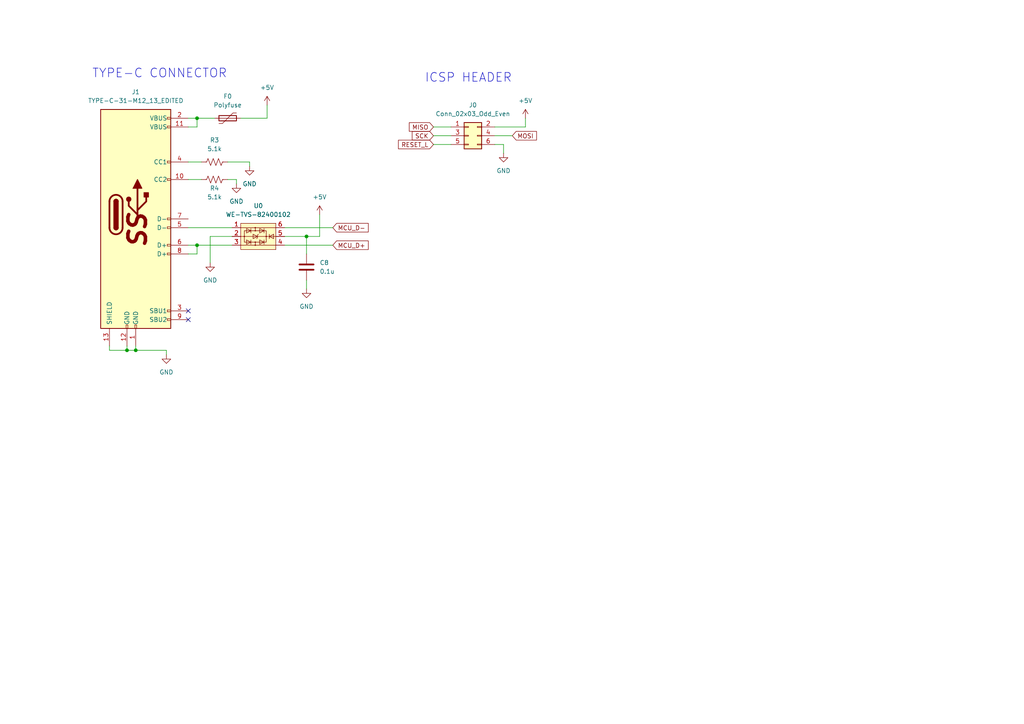
<source format=kicad_sch>
(kicad_sch (version 20211123) (generator eeschema)
  (paper "A4")
  (lib_symbols
    (symbol "Connector_Generic:Conn_02x03_Odd_Even" (pin_names (offset 1.016) hide)
      (property "Reference" "J" (at 1.27 5.08 0))
      (property "Value" "Conn_02x03_Odd_Even" (at 1.27 -5.08 0))
      (symbol "Conn_02x03_Odd_Even_1_1"
        (rectangle (start -1.27 -2.413) (end 0 -2.667) (stroke (width 0.1524)))
        (rectangle (start -1.27 0.127) (end 0 -0.127) (stroke (width 0.1524)))
        (rectangle (start -1.27 2.667) (end 0 2.413) (stroke (width 0.1524)))
        (rectangle (start -1.27 3.81) (end 3.81 -3.81) (stroke (width 0.254)) (fill (type background)))
        (rectangle (start 3.81 -2.413) (end 2.54 -2.667) (stroke (width 0.1524)))
        (rectangle (start 3.81 0.127) (end 2.54 -0.127) (stroke (width 0.1524)))
        (rectangle (start 3.81 2.667) (end 2.54 2.413) (stroke (width 0.1524)))
        (pin passive line (at -5.08 2.54 0) (length 3.81) (name "Pin_1") (number "1"))
        (pin passive line (at 7.62 2.54 180) (length 3.81) (name "Pin_2") (number "2"))
        (pin passive line (at -5.08 0 0) (length 3.81) (name "Pin_3") (number "3"))
        (pin passive line (at 7.62 0 180) (length 3.81) (name "Pin_4") (number "4"))
        (pin passive line (at -5.08 -2.54 0) (length 3.81) (name "Pin_5") (number "5"))
        (pin passive line (at 7.62 -2.54 180) (length 3.81) (name "Pin_6") (number "6"))
      )
    )
    (symbol "Device:C" (pin_numbers hide) (pin_names (offset 0.254))
      (property "Reference" "C" (at 0.635 2.54 0))
      (property "Value" "C" (at 0.635 -2.54 0))
      (symbol "C_0_1"
        (polyline (pts (xy -2.032 -0.762) (xy 2.032 -0.762)) (stroke (width 0.508)))
        (polyline (pts (xy -2.032 0.762) (xy 2.032 0.762)) (stroke (width 0.508)))
      )
      (symbol "C_1_1"
        (pin passive line (at 0 3.81 270) (length 2.794) (name "~") (number "1"))
        (pin passive line (at 0 -3.81 90) (length 2.794) (name "~") (number "2"))
      )
    )
    (symbol "Device:Polyfuse" (pin_numbers hide) (pin_names (offset 0))
      (property "Reference" "F" (at -2.54 0 90))
      (property "Value" "Polyfuse" (at 2.54 0 90))
      (symbol "Polyfuse_0_1"
        (rectangle (start -0.762 2.54) (end 0.762 -2.54) (stroke (width 0.254)))
        (polyline (pts (xy 0 2.54) (xy 0 -2.54)))
        (polyline (pts (xy -1.524 2.54) (xy -1.524 1.524) (xy 1.524 -1.524) (xy 1.524 -2.54)))
      )
      (symbol "Polyfuse_1_1"
        (pin passive line (at 0 3.81 270) (length 1.27) (name "~") (number "1"))
        (pin passive line (at 0 -3.81 90) (length 1.27) (name "~") (number "2"))
      )
    )
    (symbol "Device:R_US" (pin_numbers hide) (pin_names (offset 0))
      (property "Reference" "R" (at 2.54 0 90))
      (property "Value" "R_US" (at -2.54 0 90))
      (symbol "R_US_0_1"
        (polyline (pts (xy 0 -2.286) (xy 0 -2.54)))
        (polyline (pts (xy 0 2.286) (xy 0 2.54)))
        (polyline (pts (xy 0 -0.762) (xy 1.016 -1.143) (xy 0 -1.524) (xy -1.016 -1.905) (xy 0 -2.286)))
        (polyline (pts (xy 0 0.762) (xy 1.016 0.381) (xy 0 0) (xy -1.016 -0.381) (xy 0 -0.762)))
        (polyline (pts (xy 0 2.286) (xy 1.016 1.905) (xy 0 1.524) (xy -1.016 1.143) (xy 0 0.762)))
      )
      (symbol "R_US_1_1"
        (pin passive line (at 0 3.81 270) (length 1.27) (name "~") (number "1"))
        (pin passive line (at 0 -3.81 90) (length 1.27) (name "~") (number "2"))
      )
    )
    (symbol "Power_Protection:WE-TVS-82400102"
      (property "Reference" "U" (at 0 7.62 0))
      (property "Value" "WE-TVS-82400102" (at 0 5.08 0))
      (symbol "WE-TVS-82400102_0_1"
        (rectangle (start -5.08 3.81) (end 5.08 -3.81) (fill (type background)))
        (circle (center -4.064 0) (radius 0.127))
        (rectangle (start -4.064 1.651) (end 2.286 -1.651))
        (circle (center -0.889 -2.54) (radius 0.127))
        (circle (center -0.889 -1.651) (radius 0.127))
        (circle (center -0.889 1.651) (radius 0.127))
        (circle (center -0.889 2.54) (radius 0.127))
        (polyline (pts (xy -5.08 -2.54) (xy 5.08 -2.54)))
        (polyline (pts (xy -5.08 2.54) (xy 5.08 2.54)))
        (polyline (pts (xy -4.064 0) (xy -5.08 0)))
        (polyline (pts (xy -4.064 0) (xy 2.286 0)) (fill (type outline)))
        (polyline (pts (xy -2.159 -1.016) (xy -2.159 -2.286)))
        (polyline (pts (xy -2.159 2.286) (xy -2.159 1.016)))
        (polyline (pts (xy -0.889 -1.651) (xy -0.889 -2.413)))
        (polyline (pts (xy -0.889 1.651) (xy -0.889 2.54)))
        (polyline (pts (xy -0.508 -0.635) (xy -0.508 -0.635)))
        (polyline (pts (xy 1.651 -1.016) (xy 1.651 -2.286)))
        (polyline (pts (xy 1.651 2.286) (xy 1.651 1.016)))
        (polyline (pts (xy 2.286 0) (xy 5.08 0)))
        (polyline (pts (xy -3.429 -1.016) (xy -3.429 -2.286) (xy -2.159 -1.651) (xy -3.429 -1.016)))
        (polyline (pts (xy -3.429 1.016) (xy -3.429 2.286) (xy -2.159 1.651) (xy -3.429 1.016)))
        (polyline (pts (xy 0 0.635) (xy -0.254 0.381) (xy -0.254 -0.381) (xy -0.508 -0.635)))
        (polyline (pts (xy 0.381 -1.016) (xy 0.381 -2.286) (xy 1.651 -1.651) (xy 0.381 -1.016)))
        (polyline (pts (xy 0.381 1.016) (xy 0.381 2.286) (xy 1.651 1.651) (xy 0.381 1.016)))
        (circle (center 2.286 0) (radius 0.127))
      )
      (symbol "WE-TVS-82400102_1_1"
        (polyline (pts (xy 3.175 0.635) (xy 3.175 -0.635)))
        (polyline (pts (xy -1.524 0.635) (xy -1.524 -0.635) (xy -0.254 0) (xy -1.524 0.635)))
        (polyline (pts (xy 4.445 0.635) (xy 4.445 -0.635) (xy 3.175 0) (xy 4.445 0.635)))
        (pin passive line (at -7.62 2.54 0) (length 2.54) (name "~") (number "1"))
        (pin passive line (at -7.62 0 0) (length 2.54) (name "~") (number "2"))
        (pin passive line (at -7.62 -2.54 0) (length 2.54) (name "~") (number "3"))
        (pin passive line (at 7.62 -2.54 180) (length 2.54) (name "~") (number "4"))
        (pin passive line (at 7.62 0 180) (length 2.54) (name "~") (number "5"))
        (pin passive line (at 7.62 2.54 180) (length 2.54) (name "~") (number "6"))
      )
    )
    (symbol "mini_random_library:TYPE-C-31-M12_13_EDITED" (pin_names (offset 1.016))
      (property "Reference" "J" (at -1.27 35.56 0))
      (property "Value" "TYPE-C-31-M12_13_EDITED" (at 10.16 33.02 0))
      (symbol "TYPE-C-31-M12_13_EDITED_0_0"
        (rectangle (start -0.254 -31.75) (end 0.254 -30.734))
        (rectangle (start 10.16 -28.956) (end 9.144 -29.464))
        (rectangle (start 10.16 -26.416) (end 9.144 -26.924))
        (rectangle (start 10.16 -9.906) (end 9.144 -10.414))
        (rectangle (start 10.16 -7.366) (end 9.144 -7.874))
        (rectangle (start 10.16 -2.286) (end 9.144 -2.794))
        (rectangle (start 10.16 0.254) (end 9.144 -0.254))
        (rectangle (start 10.16 11.684) (end 9.144 11.176))
        (rectangle (start 10.16 16.764) (end 9.144 16.256))
        (rectangle (start 10.16 29.464) (end 9.144 28.956))
        (text "SS" (at 0.508 -3.175 900) (effects (font (size 5.08 5.08) bold italic)))
      )
      (symbol "TYPE-C-31-M12_13_EDITED_0_1"
        (rectangle (start -10.16 31.75) (end 10.16 -31.75) (stroke (width 0.254)) (fill (type background)))
        (arc (start -7.62 -2.54) (mid -5.715 -4.445) (end -3.81 -2.54) (stroke (width 0.508)))
        (arc (start -6.35 -2.54) (mid -5.715 -3.175) (end -5.08 -2.54) (stroke (width 0.254)))
        (arc (start -6.35 -2.54) (mid -5.715 -3.175) (end -5.08 -2.54) (stroke (width 0.254)) (fill (type outline)))
        (rectangle (start -6.35 -2.54) (end -5.08 5.08) (stroke (width 0.254)) (fill (type outline)))
        (arc (start -5.08 5.08) (mid -5.715 5.715) (end -6.35 5.08) (stroke (width 0.254)))
        (arc (start -5.08 5.08) (mid -5.715 5.715) (end -6.35 5.08) (stroke (width 0.254)) (fill (type outline)))
        (arc (start -3.81 5.08) (mid -5.715 6.985) (end -7.62 5.08) (stroke (width 0.508)))
        (circle (center -2.032 5.715) (radius 0.635) (stroke (width 0.254)) (fill (type outline)))
        (polyline (pts (xy -7.62 -2.54) (xy -7.62 5.08)) (stroke (width 0.508)))
        (polyline (pts (xy -3.81 5.08) (xy -3.81 -2.54)) (stroke (width 0.508)))
        (polyline (pts (xy 0.508 0) (xy 0.508 8.89)) (stroke (width 0.508)))
        (polyline (pts (xy 0.508 1.27) (xy -2.032 3.81) (xy -2.032 5.08)) (stroke (width 0.508)))
        (polyline (pts (xy 0.508 2.54) (xy 3.048 5.08) (xy 3.048 6.35)) (stroke (width 0.508)))
        (polyline (pts (xy -0.762 8.89) (xy 0.508 11.43) (xy 1.778 8.89) (xy -0.762 8.89)) (stroke (width 0.254)) (fill (type outline)))
        (rectangle (start 2.413 6.35) (end 3.683 7.62) (stroke (width 0.254)) (fill (type outline)))
      )
      (symbol "TYPE-C-31-M12_13_EDITED_1_1"
        (rectangle (start -2.794 -31.75) (end -2.286 -30.734))
        (rectangle (start 10.16 26.924) (end 9.144 26.416))
        (pin power_out line (at 0 -36.83 90) (length 5.08) (name "GND") (number "1"))
        (pin bidirectional line (at 15.24 11.43 180) (length 5.08) (name "CC2") (number "10"))
        (pin power_out line (at 15.24 26.67 180) (length 5.08) (name "VBUS") (number "11"))
        (pin power_out line (at -2.54 -36.83 90) (length 5.08) (name "GND") (number "12"))
        (pin passive line (at -7.62 -36.83 90) (length 5.08) (name "SHIELD") (number "13"))
        (pin power_out line (at 15.24 29.21 180) (length 5.08) (name "VBUS") (number "2"))
        (pin bidirectional line (at 15.24 -26.67 180) (length 5.08) (name "SBU1") (number "3"))
        (pin bidirectional line (at 15.24 16.51 180) (length 5.08) (name "CC1") (number "4"))
        (pin bidirectional line (at 15.24 -2.54 180) (length 5.08) (name "D-") (number "5"))
        (pin bidirectional line (at 15.24 -7.62 180) (length 5.08) (name "D+") (number "6"))
        (pin bidirectional line (at 15.24 0 180) (length 5.08) (name "D-") (number "7"))
        (pin bidirectional line (at 15.24 -10.16 180) (length 5.08) (name "D+") (number "8"))
        (pin bidirectional line (at 15.24 -29.21 180) (length 5.08) (name "SBU2") (number "9"))
      )
    )
    (symbol "power:+5V" (power) (pin_names (offset 0))
      (property "Value" "+5V" (at 0 3.556 0))
      (symbol "+5V_0_1"
        (polyline (pts (xy -0.762 1.27) (xy 0 2.54)))
        (polyline (pts (xy 0 0) (xy 0 2.54)))
        (polyline (pts (xy 0 2.54) (xy 0.762 1.27)))
      )
      (symbol "+5V_1_1"
        (pin power_in line (at 0 0 90) (length 0) hide (name "+5V") (number "1"))
      )
    )
    (symbol "power:GND" (power) (pin_names (offset 0))
      (property "Value" "GND" (at 0 -3.81 0))
      (symbol "GND_0_1"
        (polyline (pts (xy 0 0) (xy 0 -1.27) (xy 1.27 -1.27) (xy 0 -2.54) (xy -1.27 -1.27) (xy 0 -1.27)))
      )
      (symbol "GND_1_1"
        (pin power_in line (at 0 0 270) (length 0) hide (name "GND") (number "1"))
      )
    )
  )
  (junction (at 39.37 101.6))
  (junction (at 57.15 71.12))
  (junction (at 88.9 68.58))
  (junction (at 36.83 101.6))
  (junction (at 57.15 34.29))
  (no_connect (at 54.61 92.71))
  (no_connect (at 54.61 90.17))
  (wire (pts (xy 31.75 101.6) (xy 31.75 100.33)))
  (wire (pts (xy 125.73 36.83) (xy 130.81 36.83)))
  (wire (pts (xy 82.55 68.58) (xy 88.9 68.58)))
  (wire (pts (xy 48.26 101.6) (xy 48.26 102.87)))
  (wire (pts (xy 125.73 39.37) (xy 130.81 39.37)))
  (wire (pts (xy 54.61 71.12) (xy 57.15 71.12)))
  (wire (pts (xy 66.04 52.07) (xy 68.58 52.07)))
  (wire (pts (xy 88.9 68.58) (xy 92.71 68.58)))
  (wire (pts (xy 77.47 34.29) (xy 77.47 30.48)))
  (wire (pts (xy 54.61 73.66) (xy 57.15 73.66)))
  (wire (pts (xy 82.55 66.04) (xy 96.52 66.04)))
  (wire (pts (xy 60.96 68.58) (xy 67.31 68.58)))
  (wire (pts (xy 88.9 68.58) (xy 88.9 73.66)))
  (wire (pts (xy 57.15 36.83) (xy 57.15 34.29)))
  (wire (pts (xy 54.61 36.83) (xy 57.15 36.83)))
  (wire (pts (xy 66.04 46.99) (xy 72.39 46.99)))
  (wire (pts (xy 36.83 101.6) (xy 39.37 101.6)))
  (wire (pts (xy 36.83 101.6) (xy 36.83 100.33)))
  (wire (pts (xy 39.37 101.6) (xy 39.37 100.33)))
  (wire (pts (xy 72.39 46.99) (xy 72.39 48.26)))
  (wire (pts (xy 92.71 68.58) (xy 92.71 62.23)))
  (wire (pts (xy 31.75 101.6) (xy 36.83 101.6)))
  (wire (pts (xy 82.55 71.12) (xy 96.52 71.12)))
  (wire (pts (xy 143.51 39.37) (xy 148.59 39.37)))
  (wire (pts (xy 57.15 71.12) (xy 67.31 71.12)))
  (wire (pts (xy 68.58 52.07) (xy 68.58 53.34)))
  (wire (pts (xy 88.9 81.28) (xy 88.9 83.82)))
  (wire (pts (xy 143.51 41.91) (xy 146.05 41.91)))
  (wire (pts (xy 146.05 41.91) (xy 146.05 44.45)))
  (wire (pts (xy 152.4 36.83) (xy 152.4 34.29)))
  (wire (pts (xy 54.61 66.04) (xy 67.31 66.04)))
  (wire (pts (xy 60.96 76.2) (xy 60.96 68.58)))
  (wire (pts (xy 54.61 46.99) (xy 58.42 46.99)))
  (wire (pts (xy 125.73 41.91) (xy 130.81 41.91)))
  (wire (pts (xy 39.37 101.6) (xy 48.26 101.6)))
  (wire (pts (xy 54.61 34.29) (xy 57.15 34.29)))
  (wire (pts (xy 69.85 34.29) (xy 77.47 34.29)))
  (wire (pts (xy 57.15 73.66) (xy 57.15 71.12)))
  (wire (pts (xy 143.51 36.83) (xy 152.4 36.83)))
  (wire (pts (xy 57.15 34.29) (xy 62.23 34.29)))
  (wire (pts (xy 54.61 52.07) (xy 58.42 52.07)))
  (text "ICSP HEADER" (at 123.19 24.13 0) (effects (font (size 2.54 2.54)) (justify left bottom)))
  (text "TYPE-C CONNECTOR" (at 26.67 22.86 0) (effects (font (size 2.54 2.54)) (justify left bottom)))
  (global_label "SCK" (shape input) (at 125.73 39.37 180) (property "Intersheet References" "${INTERSHEET_REFS}" (effects hide)))
  (global_label "RESET_L" (shape input) (at 125.73 41.91 180) (property "Intersheet References" "${INTERSHEET_REFS}" (effects hide)))
  (global_label "MOSI" (shape input) (at 148.59 39.37 0) (property "Intersheet References" "${INTERSHEET_REFS}" (effects hide)))
  (global_label "MISO" (shape input) (at 125.73 36.83 180) (property "Intersheet References" "${INTERSHEET_REFS}" (effects hide)))
  (global_label "MCU_D-" (shape input) (at 96.52 66.04 0) (property "Intersheet References" "${INTERSHEET_REFS}" (effects hide)))
  (global_label "MCU_D+" (shape input) (at 96.52 71.12 0) (property "Intersheet References" "${INTERSHEET_REFS}" (effects hide)))
  (symbol (lib_id "power:GND") (at 88.9 83.82 0) (unit 1)
    (property "Reference" "#PWR021" (effects hide))
    (property "Value" "GND" (at 88.9 88.9 0))
  )
  (symbol (lib_id "Device:C") (at 88.9 77.47 0) (unit 1)
    (property "Reference" "C8" (at 92.71 76.1999 0) (effects (justify left)))
    (property "Value" "0.1u" (at 92.71 78.7399 0) (effects (justify left)))
    (property "Footprint" "Capacitor_SMD:C_0805_2012Metric_Pad1.18x1.45mm_HandSolder" (effects hide))
  )
  (symbol (lib_id "mini_random_library:TYPE-C-31-M12_13_EDITED") (at 39.37 63.5 0) (unit 1)
    (property "Reference" "J1" (at 39.37 26.67 0))
    (property "Value" "TYPE-C-31-M12_13_EDITED" (at 39.37 29.21 0))
    (property "Footprint" "Type-C:HRO-TYPE-C-31-M-12-HandSoldering" (effects hide))
  )
  (symbol (lib_id "power:GND") (at 60.96 76.2 0) (unit 1)
    (property "Reference" "#PWR020" (effects hide))
    (property "Value" "GND" (at 60.96 81.28 0))
  )
  (symbol (lib_id "power:GND") (at 72.39 48.26 0) (unit 1)
    (property "Reference" "#PWR017" (effects hide))
    (property "Value" "GND" (at 72.39 53.34 0))
  )
  (symbol (lib_id "Device:R_US") (at 62.23 46.99 90) (unit 1)
    (property "Reference" "R3" (at 62.23 40.64 90))
    (property "Value" "5.1k" (at 62.23 43.18 90))
    (property "Footprint" "Resistor_SMD:R_0805_2012Metric_Pad1.20x1.40mm_HandSolder" (effects hide))
  )
  (symbol (lib_id "power:+5V") (at 92.71 62.23 0) (unit 1)
    (property "Reference" "#PWR019" (effects hide))
    (property "Value" "+5V" (at 92.71 57.15 0))
  )
  (symbol (lib_id "Device:R_US") (at 62.23 52.07 90) (unit 1)
    (property "Reference" "R4" (at 62.23 54.61 90))
    (property "Value" "5.1k" (at 62.23 57.15 90))
    (property "Footprint" "Resistor_SMD:R_0805_2012Metric_Pad1.20x1.40mm_HandSolder" (effects hide))
  )
  (symbol (lib_id "power:GND") (at 146.05 44.45 0) (unit 1)
    (property "Reference" "#PWR016" (effects hide))
    (property "Value" "GND" (at 146.05 49.53 0))
  )
  (symbol (lib_id "power:GND") (at 48.26 102.87 0) (unit 1)
    (property "Reference" "#PWR022" (effects hide))
    (property "Value" "GND" (at 48.26 107.95 0))
  )
  (symbol (lib_id "power:+5V") (at 77.47 30.48 0) (unit 1)
    (property "Reference" "#PWR014" (effects hide))
    (property "Value" "+5V" (at 77.47 25.4 0))
  )
  (symbol (lib_id "power:+5V") (at 152.4 34.29 0) (unit 1)
    (property "Reference" "#PWR015" (effects hide))
    (property "Value" "+5V" (at 152.4 29.21 0))
  )
  (symbol (lib_id "Power_Protection:WE-TVS-82400102") (at 74.93 68.58 0) (unit 1)
    (property "Reference" "U0" (at 74.93 59.69 0))
    (property "Value" "WE-TVS-82400102" (at 74.93 62.23 0))
    (property "Footprint" "Package_TO_SOT_SMD:SOT-23-6" (effects hide))
    (property "Datasheet" "https://katalog.we-online.de/pbs/datasheet/82400102.pdf" (effects hide))
  )
  (symbol (lib_id "power:GND") (at 68.58 53.34 0) (unit 1)
    (property "Reference" "#PWR018" (effects hide))
    (property "Value" "GND" (at 68.58 58.42 0))
  )
  (symbol (lib_id "Connector_Generic:Conn_02x03_Odd_Even") (at 135.89 39.37 0) (unit 1)
    (property "Reference" "J0" (at 137.16 30.48 0))
    (property "Value" "Conn_02x03_Odd_Even" (at 137.16 33.02 0))
    (property "Footprint" "Connector_PinHeader_2.54mm:PinHeader_2x03_P2.54mm_Vertical" (effects hide))
  )
  (symbol (lib_id "Device:Polyfuse") (at 66.04 34.29 90) (unit 1)
    (property "Reference" "F0" (at 66.04 27.94 90))
    (property "Value" "Polyfuse" (at 66.04 30.48 90))
    (property "Footprint" "Fuse:Fuse_0805_2012Metric_Pad1.15x1.40mm_HandSolder" (effects hide))
  )
)
</source>
